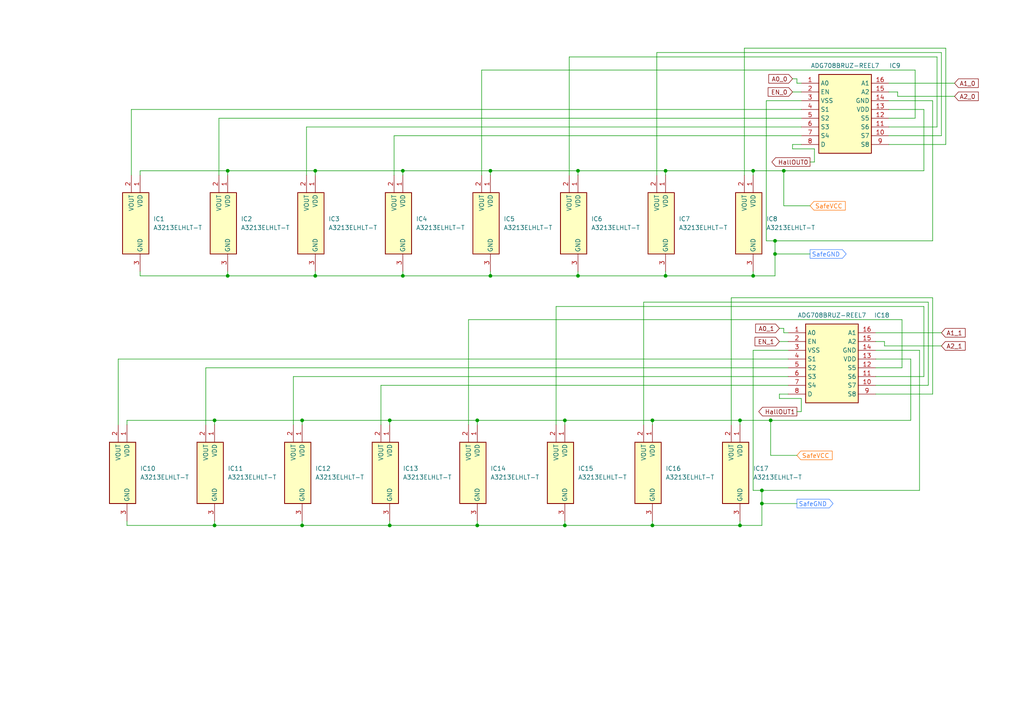
<source format=kicad_sch>
(kicad_sch (version 20250114) (generator "eeschema") (generator_version "9.0")
  (paper "A4")
  (title_block (title "ElectroChessboard") (company "Wojciech B") (comment 1 "Electronic chessboard") (comment 2 "Elektroniczna szachownica"))
  (lib_symbols
    (symbol "SamacSys_Parts:A3213ELHLT-T"
      (property "Reference" "IC" (at 24.13 7.62 0))
      (property "Value" "A3213ELHLT-T" (at 24.13 5.08 0))
      (symbol "A3213ELHLT-T_1_1"
        (rectangle (start 5.08 2.54) (end 22.86 -5.08) (stroke (width 0.254)) (fill (type background)))
        (pin passive line (at 0 0 0) (length 5.08) (name "VDD") (number "1"))
        (pin passive line (at 0 -2.54 0) (length 5.08) (name "VOUT") (number "2"))
        (pin passive line (at 27.94 0 180) (length 5.08) (name "GND") (number "3"))
      )
    )
    (symbol "SamacSys_Parts:ADG708BRUZ-REEL7"
      (property "Reference" "IC" (at 21.59 7.62 0))
      (property "Value" "ADG708BRUZ-REEL7" (at 21.59 5.08 0))
      (symbol "ADG708BRUZ-REEL7_1_1"
        (rectangle (start 5.08 2.54) (end 20.32 -20.32) (stroke (width 0.254)) (fill (type background)))
        (pin passive line (at 0 0 0) (length 5.08) (name "A0") (number "1"))
        (pin passive line (at 0 -2.54 0) (length 5.08) (name "EN") (number "2"))
        (pin passive line (at 0 -5.08 0) (length 5.08) (name "VSS") (number "3"))
        (pin passive line (at 0 -7.62 0) (length 5.08) (name "S1") (number "4"))
        (pin passive line (at 0 -10.16 0) (length 5.08) (name "S2") (number "5"))
        (pin passive line (at 0 -12.7 0) (length 5.08) (name "S3") (number "6"))
        (pin passive line (at 0 -15.24 0) (length 5.08) (name "S4") (number "7"))
        (pin passive line (at 0 -17.78 0) (length 5.08) (name "D") (number "8"))
        (pin passive line (at 25.4 0 180) (length 5.08) (name "A1") (number "16"))
        (pin passive line (at 25.4 -2.54 180) (length 5.08) (name "A2") (number "15"))
        (pin passive line (at 25.4 -5.08 180) (length 5.08) (name "GND") (number "14"))
        (pin passive line (at 25.4 -7.62 180) (length 5.08) (name "VDD") (number "13"))
        (pin passive line (at 25.4 -10.16 180) (length 5.08) (name "S5") (number "12"))
        (pin passive line (at 25.4 -12.7 180) (length 5.08) (name "S6") (number "11"))
        (pin passive line (at 25.4 -15.24 180) (length 5.08) (name "S7") (number "10"))
        (pin passive line (at 25.4 -17.78 180) (length 5.08) (name "S8") (number "9"))
      )
    )
  )
  (junction (at 227.33 49.53))
  (junction (at 142.24 49.53))
  (junction (at 87.63 152.4))
  (junction (at 116.84 80.01))
  (junction (at 66.04 80.01))
  (junction (at 220.98 146.05))
  (junction (at 189.23 121.92))
  (junction (at 62.23 121.92))
  (junction (at 138.43 152.4))
  (junction (at 193.04 49.53))
  (junction (at 193.04 80.01))
  (junction (at 224.79 69.85))
  (junction (at 91.44 80.01))
  (junction (at 220.98 142.24))
  (junction (at 167.64 49.53))
  (junction (at 87.63 121.92))
  (junction (at 218.44 80.01))
  (junction (at 138.43 121.92))
  (junction (at 116.84 49.53))
  (junction (at 167.64 80.01))
  (junction (at 163.83 121.92))
  (junction (at 66.04 49.53))
  (junction (at 223.52 121.92))
  (junction (at 91.44 49.53))
  (junction (at 113.03 152.4))
  (junction (at 224.79 73.66))
  (junction (at 142.24 80.01))
  (junction (at 113.03 121.92))
  (junction (at 62.23 152.4))
  (junction (at 189.23 152.4))
  (junction (at 163.83 152.4))
  (junction (at 214.63 121.92))
  (junction (at 218.44 49.53))
  (junction (at 214.63 152.4))
  (wire (pts (xy 91.44 49.53) (xy 91.44 50.8)))
  (wire (pts (xy 222.25 69.85) (xy 224.79 69.85)))
  (wire (pts (xy 232.41 29.21) (xy 222.25 29.21)))
  (wire (pts (xy 257.81 26.67) (xy 260.35 26.67)))
  (wire (pts (xy 212.09 86.36) (xy 270.51 86.36)))
  (wire (pts (xy 113.03 121.92) (xy 113.03 123.19)))
  (wire (pts (xy 193.04 49.53) (xy 167.64 49.53)))
  (wire (pts (xy 215.9 50.8) (xy 215.9 13.97)))
  (wire (pts (xy 142.24 49.53) (xy 142.24 50.8)))
  (wire (pts (xy 229.87 41.91) (xy 232.41 41.91)))
  (wire (pts (xy 256.54 100.33) (xy 273.05 100.33)))
  (wire (pts (xy 265.43 34.29) (xy 265.43 20.32)))
  (wire (pts (xy 218.44 78.74) (xy 218.44 80.01)))
  (wire (pts (xy 163.83 121.92) (xy 138.43 121.92)))
  (wire (pts (xy 193.04 78.74) (xy 193.04 80.01)))
  (wire (pts (xy 231.14 22.86) (xy 231.14 24.13)))
  (wire (pts (xy 227.33 96.52) (xy 228.6 96.52)))
  (wire (pts (xy 189.23 121.92) (xy 189.23 123.19)))
  (wire (pts (xy 167.64 49.53) (xy 142.24 49.53)))
  (wire (pts (xy 113.03 151.13) (xy 113.03 152.4)))
  (wire (pts (xy 66.04 49.53) (xy 66.04 50.8)))
  (wire (pts (xy 226.06 114.3) (xy 228.6 114.3)))
  (wire (pts (xy 59.69 106.68) (xy 59.69 123.19)))
  (wire (pts (xy 236.22 43.18) (xy 229.87 43.18)))
  (wire (pts (xy 266.7 142.24) (xy 266.7 101.6)))
  (wire (pts (xy 167.64 49.53) (xy 167.64 50.8)))
  (wire (pts (xy 163.83 121.92) (xy 163.83 123.19)))
  (wire (pts (xy 264.16 121.92) (xy 223.52 121.92)))
  (wire (pts (xy 218.44 101.6) (xy 218.44 142.24)))
  (wire (pts (xy 227.33 59.69) (xy 227.33 49.53)))
  (wire (pts (xy 189.23 151.13) (xy 189.23 152.4)))
  (wire (pts (xy 193.04 49.53) (xy 193.04 50.8)))
  (wire (pts (xy 36.83 121.92) (xy 36.83 123.19)))
  (wire (pts (xy 236.22 46.99) (xy 236.22 43.18)))
  (wire (pts (xy 228.6 109.22) (xy 85.09 109.22)))
  (wire (pts (xy 186.69 87.63) (xy 186.69 123.19)))
  (wire (pts (xy 256.54 99.06) (xy 256.54 100.33)))
  (wire (pts (xy 220.98 152.4) (xy 214.63 152.4)))
  (wire (pts (xy 138.43 151.13) (xy 138.43 152.4)))
  (wire (pts (xy 163.83 152.4) (xy 138.43 152.4)))
  (wire (pts (xy 271.78 36.83) (xy 271.78 16.51)))
  (wire (pts (xy 269.24 111.76) (xy 269.24 87.63)))
  (wire (pts (xy 222.25 29.21) (xy 222.25 69.85)))
  (wire (pts (xy 267.97 109.22) (xy 267.97 88.9)))
  (wire (pts (xy 142.24 80.01) (xy 116.84 80.01)))
  (wire (pts (xy 87.63 151.13) (xy 87.63 152.4)))
  (wire (pts (xy 273.05 15.24) (xy 190.5 15.24)))
  (wire (pts (xy 138.43 121.92) (xy 113.03 121.92)))
  (wire (pts (xy 142.24 78.74) (xy 142.24 80.01)))
  (wire (pts (xy 167.64 78.74) (xy 167.64 80.01)))
  (wire (pts (xy 135.89 92.71) (xy 135.89 123.19)))
  (wire (pts (xy 226.06 95.25) (xy 227.33 95.25)))
  (wire (pts (xy 224.79 69.85) (xy 270.51 69.85)))
  (wire (pts (xy 189.23 152.4) (xy 163.83 152.4)))
  (wire (pts (xy 234.95 46.99) (xy 236.22 46.99)))
  (wire (pts (xy 62.23 151.13) (xy 62.23 152.4)))
  (wire (pts (xy 114.3 39.37) (xy 114.3 50.8)))
  (wire (pts (xy 116.84 49.53) (xy 116.84 50.8)))
  (wire (pts (xy 220.98 146.05) (xy 220.98 142.24)))
  (wire (pts (xy 163.83 151.13) (xy 163.83 152.4)))
  (wire (pts (xy 87.63 121.92) (xy 62.23 121.92)))
  (wire (pts (xy 257.81 34.29) (xy 265.43 34.29)))
  (wire (pts (xy 254 109.22) (xy 267.97 109.22)))
  (wire (pts (xy 274.32 13.97) (xy 274.32 41.91)))
  (wire (pts (xy 218.44 49.53) (xy 193.04 49.53)))
  (wire (pts (xy 261.62 106.68) (xy 261.62 92.71)))
  (wire (pts (xy 85.09 109.22) (xy 85.09 123.19)))
  (wire (pts (xy 228.6 104.14) (xy 34.29 104.14)))
  (wire (pts (xy 257.81 31.75) (xy 267.97 31.75)))
  (wire (pts (xy 227.33 59.69) (xy 234.95 59.69)))
  (wire (pts (xy 232.41 31.75) (xy 38.1 31.75)))
  (wire (pts (xy 231.14 119.38) (xy 232.41 119.38)))
  (wire (pts (xy 190.5 15.24) (xy 190.5 50.8)))
  (wire (pts (xy 161.29 88.9) (xy 161.29 123.19)))
  (wire (pts (xy 214.63 151.13) (xy 214.63 152.4)))
  (wire (pts (xy 231.14 146.05) (xy 220.98 146.05)))
  (wire (pts (xy 167.64 80.01) (xy 142.24 80.01)))
  (wire (pts (xy 218.44 49.53) (xy 218.44 50.8)))
  (wire (pts (xy 228.6 106.68) (xy 59.69 106.68)))
  (wire (pts (xy 257.81 36.83) (xy 271.78 36.83)))
  (wire (pts (xy 66.04 80.01) (xy 40.64 80.01)))
  (wire (pts (xy 224.79 80.01) (xy 218.44 80.01)))
  (wire (pts (xy 189.23 121.92) (xy 163.83 121.92)))
  (wire (pts (xy 270.51 114.3) (xy 254 114.3)))
  (wire (pts (xy 193.04 80.01) (xy 167.64 80.01)))
  (wire (pts (xy 220.98 146.05) (xy 220.98 152.4)))
  (wire (pts (xy 254 111.76) (xy 269.24 111.76)))
  (wire (pts (xy 229.87 43.18) (xy 229.87 41.91)))
  (wire (pts (xy 267.97 88.9) (xy 161.29 88.9)))
  (wire (pts (xy 138.43 152.4) (xy 113.03 152.4)))
  (wire (pts (xy 66.04 78.74) (xy 66.04 80.01)))
  (wire (pts (xy 271.78 16.51) (xy 165.1 16.51)))
  (wire (pts (xy 269.24 87.63) (xy 186.69 87.63)))
  (wire (pts (xy 87.63 152.4) (xy 62.23 152.4)))
  (wire (pts (xy 139.7 20.32) (xy 139.7 50.8)))
  (wire (pts (xy 63.5 34.29) (xy 63.5 50.8)))
  (wire (pts (xy 142.24 49.53) (xy 116.84 49.53)))
  (wire (pts (xy 232.41 34.29) (xy 63.5 34.29)))
  (wire (pts (xy 265.43 20.32) (xy 139.7 20.32)))
  (wire (pts (xy 227.33 49.53) (xy 218.44 49.53)))
  (wire (pts (xy 138.43 121.92) (xy 138.43 123.19)))
  (wire (pts (xy 226.06 99.06) (xy 228.6 99.06)))
  (wire (pts (xy 229.87 26.67) (xy 232.41 26.67)))
  (wire (pts (xy 232.41 36.83) (xy 88.9 36.83)))
  (wire (pts (xy 226.06 115.57) (xy 226.06 114.3)))
  (wire (pts (xy 66.04 49.53) (xy 40.64 49.53)))
  (wire (pts (xy 116.84 80.01) (xy 91.44 80.01)))
  (wire (pts (xy 264.16 104.14) (xy 264.16 121.92)))
  (wire (pts (xy 260.35 26.67) (xy 260.35 27.94)))
  (wire (pts (xy 116.84 49.53) (xy 91.44 49.53)))
  (wire (pts (xy 223.52 132.08) (xy 231.14 132.08)))
  (wire (pts (xy 34.29 104.14) (xy 34.29 123.19)))
  (wire (pts (xy 261.62 92.71) (xy 135.89 92.71)))
  (wire (pts (xy 214.63 152.4) (xy 189.23 152.4)))
  (wire (pts (xy 232.41 39.37) (xy 114.3 39.37)))
  (wire (pts (xy 260.35 27.94) (xy 276.86 27.94)))
  (wire (pts (xy 224.79 73.66) (xy 224.79 80.01)))
  (wire (pts (xy 254 106.68) (xy 261.62 106.68)))
  (wire (pts (xy 62.23 121.92) (xy 62.23 123.19)))
  (wire (pts (xy 257.81 24.13) (xy 276.86 24.13)))
  (wire (pts (xy 218.44 80.01) (xy 193.04 80.01)))
  (wire (pts (xy 165.1 16.51) (xy 165.1 50.8)))
  (wire (pts (xy 273.05 39.37) (xy 273.05 15.24)))
  (wire (pts (xy 234.95 73.66) (xy 224.79 73.66)))
  (wire (pts (xy 62.23 152.4) (xy 36.83 152.4)))
  (wire (pts (xy 228.6 101.6) (xy 218.44 101.6)))
  (wire (pts (xy 220.98 142.24) (xy 266.7 142.24)))
  (wire (pts (xy 91.44 49.53) (xy 66.04 49.53)))
  (wire (pts (xy 254 104.14) (xy 264.16 104.14)))
  (wire (pts (xy 266.7 101.6) (xy 254 101.6)))
  (wire (pts (xy 224.79 73.66) (xy 224.79 69.85)))
  (wire (pts (xy 91.44 78.74) (xy 91.44 80.01)))
  (wire (pts (xy 113.03 152.4) (xy 87.63 152.4)))
  (wire (pts (xy 227.33 95.25) (xy 227.33 96.52)))
  (wire (pts (xy 110.49 111.76) (xy 110.49 123.19)))
  (wire (pts (xy 214.63 121.92) (xy 189.23 121.92)))
  (wire (pts (xy 62.23 121.92) (xy 36.83 121.92)))
  (wire (pts (xy 215.9 13.97) (xy 274.32 13.97)))
  (wire (pts (xy 274.32 41.91) (xy 257.81 41.91)))
  (wire (pts (xy 40.64 49.53) (xy 40.64 50.8)))
  (wire (pts (xy 214.63 121.92) (xy 214.63 123.19)))
  (wire (pts (xy 267.97 31.75) (xy 267.97 49.53)))
  (wire (pts (xy 270.51 86.36) (xy 270.51 114.3)))
  (wire (pts (xy 254 99.06) (xy 256.54 99.06)))
  (wire (pts (xy 257.81 39.37) (xy 273.05 39.37)))
  (wire (pts (xy 212.09 123.19) (xy 212.09 86.36)))
  (wire (pts (xy 116.84 78.74) (xy 116.84 80.01)))
  (wire (pts (xy 218.44 142.24) (xy 220.98 142.24)))
  (wire (pts (xy 87.63 121.92) (xy 87.63 123.19)))
  (wire (pts (xy 254 96.52) (xy 273.05 96.52)))
  (wire (pts (xy 270.51 29.21) (xy 257.81 29.21)))
  (wire (pts (xy 232.41 115.57) (xy 226.06 115.57)))
  (wire (pts (xy 38.1 31.75) (xy 38.1 50.8)))
  (wire (pts (xy 40.64 80.01) (xy 40.64 78.74)))
  (wire (pts (xy 91.44 80.01) (xy 66.04 80.01)))
  (wire (pts (xy 232.41 119.38) (xy 232.41 115.57)))
  (wire (pts (xy 267.97 49.53) (xy 227.33 49.53)))
  (wire (pts (xy 113.03 121.92) (xy 87.63 121.92)))
  (wire (pts (xy 36.83 152.4) (xy 36.83 151.13)))
  (wire (pts (xy 228.6 111.76) (xy 110.49 111.76)))
  (wire (pts (xy 229.87 22.86) (xy 231.14 22.86)))
  (wire (pts (xy 231.14 24.13) (xy 232.41 24.13)))
  (wire (pts (xy 223.52 121.92) (xy 214.63 121.92)))
  (wire (pts (xy 223.52 132.08) (xy 223.52 121.92)))
  (wire (pts (xy 270.51 69.85) (xy 270.51 29.21)))
  (wire (pts (xy 88.9 36.83) (xy 88.9 50.8)))
  (global_label "EN_0" (shape input) (at 229.87 26.67 180) (property "Intersheetrefs" "${INTERSHEET_REFS}" (effects (hide yes))))
  (global_label "A1_1" (shape input) (at 273.05 96.52 0) (property "Intersheetrefs" "${INTERSHEET_REFS}" (effects (hide yes))))
  (global_label "SafeVCC" (shape input) (at 231.14 132.08 0) (property "Intersheetrefs" "${INTERSHEET_REFS}" (effects (hide yes))))
  (global_label "HallOUT1" (shape output) (at 231.14 119.38 180) (property "Intersheetrefs" "${INTERSHEET_REFS}" (effects (hide yes))))
  (global_label "A0_0" (shape input) (at 229.87 22.86 180) (property "Intersheetrefs" "${INTERSHEET_REFS}" (effects (hide yes))))
  (global_label "A2_1" (shape input) (at 273.05 100.33 0) (property "Intersheetrefs" "${INTERSHEET_REFS}" (effects (hide yes))))
  (global_label "A0_1" (shape input) (at 226.06 95.25 180) (property "Intersheetrefs" "${INTERSHEET_REFS}" (effects (hide yes))))
  (global_label "SafeGND" (shape output) (at 231.14 146.05 0) (property "Intersheetrefs" "${INTERSHEET_REFS}" (effects (hide yes))))
  (global_label "HallOUT0" (shape output) (at 234.95 46.99 180) (property "Intersheetrefs" "${INTERSHEET_REFS}" (effects (hide yes))))
  (global_label "A2_0" (shape input) (at 276.86 27.94 0) (property "Intersheetrefs" "${INTERSHEET_REFS}" (effects (hide yes))))
  (global_label "A1_0" (shape input) (at 276.86 24.13 0) (property "Intersheetrefs" "${INTERSHEET_REFS}" (effects (hide yes))))
  (global_label "EN_1" (shape input) (at 226.06 99.06 180) (property "Intersheetrefs" "${INTERSHEET_REFS}" (effects (hide yes))))
  (global_label "SafeGND" (shape output) (at 234.95 73.66 0) (property "Intersheetrefs" "${INTERSHEET_REFS}" (effects (hide yes))))
  (global_label "SafeVCC" (shape input) (at 234.95 59.69 0) (property "Intersheetrefs" "${INTERSHEET_REFS}" (effects (hide yes))))
  (symbol (lib_id "SamacSys_Parts:A3213ELHLT-T") (at 214.63 123.19 270) (unit 1)
    (property "Reference" "IC17" (at 218.44 135.8899 90) (effects (justify left)))
    (property "Value" "A3213ELHLT-T" (at 218.44 138.4299 90) (effects (justify left)))
    (property "Footprint" "SamacSys_Parts:A3213ELHLTT" (effects (hide yes)))
    (property "Datasheet" "https://www.allegromicro.com/~/media/files/datasheets/a3213-4-datasheet.pdf" (effects (hide yes)))
    (property "Description" "Micropower, Ultrasensitive Hall-Effect Switch" (effects (hide yes)))
    (property "Height" "1.13" (effects (hide yes)))
    (property "Mouser Part Number" "250-A3213ELHLT-T" (effects (hide yes)))
    (property "Mouser Price/Stock" "https://www.mouser.co.uk/ProductDetail/Allegro-MicroSystems/A3213ELHLT-T?qs=pUKx8fyJudDpXdX1yceLUw%3D%3D" (effects (hide yes)))
    (property "Manufacturer_Name" "Allegro Microsystems" (effects (hide yes)))
    (property "Manufacturer_Part_Number" "A3213ELHLT-T" (effects (hide yes)))
  )
  (symbol (lib_id "SamacSys_Parts:A3213ELHLT-T") (at 40.64 50.8 270) (unit 1)
    (property "Reference" "IC1" (at 44.45 63.4999 90) (effects (justify left)))
    (property "Value" "A3213ELHLT-T" (at 44.45 66.0399 90) (effects (justify left)))
    (property "Footprint" "SamacSys_Parts:A3213ELHLTT" (effects (hide yes)))
    (property "Datasheet" "https://www.allegromicro.com/~/media/files/datasheets/a3213-4-datasheet.pdf" (effects (hide yes)))
    (property "Description" "Micropower, Ultrasensitive Hall-Effect Switch" (effects (hide yes)))
    (property "Height" "1.13" (effects (hide yes)))
    (property "Mouser Part Number" "250-A3213ELHLT-T" (effects (hide yes)))
    (property "Mouser Price/Stock" "https://www.mouser.co.uk/ProductDetail/Allegro-MicroSystems/A3213ELHLT-T?qs=pUKx8fyJudDpXdX1yceLUw%3D%3D" (effects (hide yes)))
    (property "Manufacturer_Name" "Allegro Microsystems" (effects (hide yes)))
    (property "Manufacturer_Part_Number" "A3213ELHLT-T" (effects (hide yes)))
  )
  (symbol (lib_id "SamacSys_Parts:A3213ELHLT-T") (at 138.43 123.19 270) (unit 1)
    (property "Reference" "IC14" (at 142.24 135.8899 90) (effects (justify left)))
    (property "Value" "A3213ELHLT-T" (at 142.24 138.4299 90) (effects (justify left)))
    (property "Footprint" "SamacSys_Parts:A3213ELHLTT" (effects (hide yes)))
    (property "Datasheet" "https://www.allegromicro.com/~/media/files/datasheets/a3213-4-datasheet.pdf" (effects (hide yes)))
    (property "Description" "Micropower, Ultrasensitive Hall-Effect Switch" (effects (hide yes)))
    (property "Height" "1.13" (effects (hide yes)))
    (property "Mouser Part Number" "250-A3213ELHLT-T" (effects (hide yes)))
    (property "Mouser Price/Stock" "https://www.mouser.co.uk/ProductDetail/Allegro-MicroSystems/A3213ELHLT-T?qs=pUKx8fyJudDpXdX1yceLUw%3D%3D" (effects (hide yes)))
    (property "Manufacturer_Name" "Allegro Microsystems" (effects (hide yes)))
    (property "Manufacturer_Part_Number" "A3213ELHLT-T" (effects (hide yes)))
  )
  (symbol (lib_id "SamacSys_Parts:A3213ELHLT-T") (at 62.23 123.19 270) (unit 1)
    (property "Reference" "IC11" (at 66.04 135.8899 90) (effects (justify left)))
    (property "Value" "A3213ELHLT-T" (at 66.04 138.4299 90) (effects (justify left)))
    (property "Footprint" "SamacSys_Parts:A3213ELHLTT" (effects (hide yes)))
    (property "Datasheet" "https://www.allegromicro.com/~/media/files/datasheets/a3213-4-datasheet.pdf" (effects (hide yes)))
    (property "Description" "Micropower, Ultrasensitive Hall-Effect Switch" (effects (hide yes)))
    (property "Height" "1.13" (effects (hide yes)))
    (property "Mouser Part Number" "250-A3213ELHLT-T" (effects (hide yes)))
    (property "Mouser Price/Stock" "https://www.mouser.co.uk/ProductDetail/Allegro-MicroSystems/A3213ELHLT-T?qs=pUKx8fyJudDpXdX1yceLUw%3D%3D" (effects (hide yes)))
    (property "Manufacturer_Name" "Allegro Microsystems" (effects (hide yes)))
    (property "Manufacturer_Part_Number" "A3213ELHLT-T" (effects (hide yes)))
  )
  (symbol (lib_id "SamacSys_Parts:ADG708BRUZ-REEL7") (at 232.41 24.13 0) (unit 1)
    (property "Reference" "IC9" (at 259.588 19.05 0))
    (property "Value" "ADG708BRUZ-REEL7" (at 245.11 19.05 0))
    (property "Footprint" "SamacSys_Parts:SOP65P640X120-16N" (effects (hide yes)))
    (property "Datasheet" "https://www.analog.com/media/en/technical-documentation/data-sheets/ADG708_709.pdf" (effects (hide yes)))
    (property "Description" "Analog Devices ADG708BRUZ-REEL7, Multiplexer Single 8 x 1, 5 V, 16-Pin TSSOP" (effects (hide yes)))
    (property "Height" "1.2" (effects (hide yes)))
    (property "Mouser Part Number" "584-ADG708BRUZ-R7" (effects (hide yes)))
    (property "Mouser Price/Stock" "https://www.mouser.co.uk/ProductDetail/Analog-Devices/ADG708BRUZ-REEL7?qs=BpaRKvA4VqFdn8CWC5yK2A%3D%3D" (effects (hide yes)))
    (property "Manufacturer_Name" "Analog Devices" (effects (hide yes)))
    (property "Manufacturer_Part_Number" "ADG708BRUZ-REEL7" (effects (hide yes)))
  )
  (symbol (lib_id "SamacSys_Parts:A3213ELHLT-T") (at 189.23 123.19 270) (unit 1)
    (property "Reference" "IC16" (at 193.04 135.8899 90) (effects (justify left)))
    (property "Value" "A3213ELHLT-T" (at 193.04 138.4299 90) (effects (justify left)))
    (property "Footprint" "SamacSys_Parts:A3213ELHLTT" (effects (hide yes)))
    (property "Datasheet" "https://www.allegromicro.com/~/media/files/datasheets/a3213-4-datasheet.pdf" (effects (hide yes)))
    (property "Description" "Micropower, Ultrasensitive Hall-Effect Switch" (effects (hide yes)))
    (property "Height" "1.13" (effects (hide yes)))
    (property "Mouser Part Number" "250-A3213ELHLT-T" (effects (hide yes)))
    (property "Mouser Price/Stock" "https://www.mouser.co.uk/ProductDetail/Allegro-MicroSystems/A3213ELHLT-T?qs=pUKx8fyJudDpXdX1yceLUw%3D%3D" (effects (hide yes)))
    (property "Manufacturer_Name" "Allegro Microsystems" (effects (hide yes)))
    (property "Manufacturer_Part_Number" "A3213ELHLT-T" (effects (hide yes)))
  )
  (symbol (lib_id "SamacSys_Parts:A3213ELHLT-T") (at 113.03 123.19 270) (unit 1)
    (property "Reference" "IC13" (at 116.84 135.8899 90) (effects (justify left)))
    (property "Value" "A3213ELHLT-T" (at 116.84 138.4299 90) (effects (justify left)))
    (property "Footprint" "SamacSys_Parts:A3213ELHLTT" (effects (hide yes)))
    (property "Datasheet" "https://www.allegromicro.com/~/media/files/datasheets/a3213-4-datasheet.pdf" (effects (hide yes)))
    (property "Description" "Micropower, Ultrasensitive Hall-Effect Switch" (effects (hide yes)))
    (property "Height" "1.13" (effects (hide yes)))
    (property "Mouser Part Number" "250-A3213ELHLT-T" (effects (hide yes)))
    (property "Mouser Price/Stock" "https://www.mouser.co.uk/ProductDetail/Allegro-MicroSystems/A3213ELHLT-T?qs=pUKx8fyJudDpXdX1yceLUw%3D%3D" (effects (hide yes)))
    (property "Manufacturer_Name" "Allegro Microsystems" (effects (hide yes)))
    (property "Manufacturer_Part_Number" "A3213ELHLT-T" (effects (hide yes)))
  )
  (symbol (lib_id "SamacSys_Parts:A3213ELHLT-T") (at 163.83 123.19 270) (unit 1)
    (property "Reference" "IC15" (at 167.64 135.8899 90) (effects (justify left)))
    (property "Value" "A3213ELHLT-T" (at 167.64 138.4299 90) (effects (justify left)))
    (property "Footprint" "SamacSys_Parts:A3213ELHLTT" (effects (hide yes)))
    (property "Datasheet" "https://www.allegromicro.com/~/media/files/datasheets/a3213-4-datasheet.pdf" (effects (hide yes)))
    (property "Description" "Micropower, Ultrasensitive Hall-Effect Switch" (effects (hide yes)))
    (property "Height" "1.13" (effects (hide yes)))
    (property "Mouser Part Number" "250-A3213ELHLT-T" (effects (hide yes)))
    (property "Mouser Price/Stock" "https://www.mouser.co.uk/ProductDetail/Allegro-MicroSystems/A3213ELHLT-T?qs=pUKx8fyJudDpXdX1yceLUw%3D%3D" (effects (hide yes)))
    (property "Manufacturer_Name" "Allegro Microsystems" (effects (hide yes)))
    (property "Manufacturer_Part_Number" "A3213ELHLT-T" (effects (hide yes)))
  )
  (symbol (lib_id "SamacSys_Parts:ADG708BRUZ-REEL7") (at 228.6 96.52 0) (unit 1)
    (property "Reference" "IC18" (at 255.778 91.44 0))
    (property "Value" "ADG708BRUZ-REEL7" (at 241.3 91.44 0))
    (property "Footprint" "SamacSys_Parts:SOP65P640X120-16N" (effects (hide yes)))
    (property "Datasheet" "https://www.analog.com/media/en/technical-documentation/data-sheets/ADG708_709.pdf" (effects (hide yes)))
    (property "Description" "Analog Devices ADG708BRUZ-REEL7, Multiplexer Single 8 x 1, 5 V, 16-Pin TSSOP" (effects (hide yes)))
    (property "Height" "1.2" (effects (hide yes)))
    (property "Mouser Part Number" "584-ADG708BRUZ-R7" (effects (hide yes)))
    (property "Mouser Price/Stock" "https://www.mouser.co.uk/ProductDetail/Analog-Devices/ADG708BRUZ-REEL7?qs=BpaRKvA4VqFdn8CWC5yK2A%3D%3D" (effects (hide yes)))
    (property "Manufacturer_Name" "Analog Devices" (effects (hide yes)))
    (property "Manufacturer_Part_Number" "ADG708BRUZ-REEL7" (effects (hide yes)))
  )
  (symbol (lib_id "SamacSys_Parts:A3213ELHLT-T") (at 36.83 123.19 270) (unit 1)
    (property "Reference" "IC10" (at 40.64 135.8899 90) (effects (justify left)))
    (property "Value" "A3213ELHLT-T" (at 40.64 138.4299 90) (effects (justify left)))
    (property "Footprint" "SamacSys_Parts:A3213ELHLTT" (effects (hide yes)))
    (property "Datasheet" "https://www.allegromicro.com/~/media/files/datasheets/a3213-4-datasheet.pdf" (effects (hide yes)))
    (property "Description" "Micropower, Ultrasensitive Hall-Effect Switch" (effects (hide yes)))
    (property "Height" "1.13" (effects (hide yes)))
    (property "Mouser Part Number" "250-A3213ELHLT-T" (effects (hide yes)))
    (property "Mouser Price/Stock" "https://www.mouser.co.uk/ProductDetail/Allegro-MicroSystems/A3213ELHLT-T?qs=pUKx8fyJudDpXdX1yceLUw%3D%3D" (effects (hide yes)))
    (property "Manufacturer_Name" "Allegro Microsystems" (effects (hide yes)))
    (property "Manufacturer_Part_Number" "A3213ELHLT-T" (effects (hide yes)))
  )
  (symbol (lib_id "SamacSys_Parts:A3213ELHLT-T") (at 142.24 50.8 270) (unit 1)
    (property "Reference" "IC5" (at 146.05 63.4999 90) (effects (justify left)))
    (property "Value" "A3213ELHLT-T" (at 146.05 66.0399 90) (effects (justify left)))
    (property "Footprint" "SamacSys_Parts:A3213ELHLTT" (effects (hide yes)))
    (property "Datasheet" "https://www.allegromicro.com/~/media/files/datasheets/a3213-4-datasheet.pdf" (effects (hide yes)))
    (property "Description" "Micropower, Ultrasensitive Hall-Effect Switch" (effects (hide yes)))
    (property "Height" "1.13" (effects (hide yes)))
    (property "Mouser Part Number" "250-A3213ELHLT-T" (effects (hide yes)))
    (property "Mouser Price/Stock" "https://www.mouser.co.uk/ProductDetail/Allegro-MicroSystems/A3213ELHLT-T?qs=pUKx8fyJudDpXdX1yceLUw%3D%3D" (effects (hide yes)))
    (property "Manufacturer_Name" "Allegro Microsystems" (effects (hide yes)))
    (property "Manufacturer_Part_Number" "A3213ELHLT-T" (effects (hide yes)))
  )
  (symbol (lib_id "SamacSys_Parts:A3213ELHLT-T") (at 91.44 50.8 270) (unit 1)
    (property "Reference" "IC3" (at 95.25 63.4999 90) (effects (justify left)))
    (property "Value" "A3213ELHLT-T" (at 95.25 66.0399 90) (effects (justify left)))
    (property "Footprint" "SamacSys_Parts:A3213ELHLTT" (effects (hide yes)))
    (property "Datasheet" "https://www.allegromicro.com/~/media/files/datasheets/a3213-4-datasheet.pdf" (effects (hide yes)))
    (property "Description" "Micropower, Ultrasensitive Hall-Effect Switch" (effects (hide yes)))
    (property "Height" "1.13" (effects (hide yes)))
    (property "Mouser Part Number" "250-A3213ELHLT-T" (effects (hide yes)))
    (property "Mouser Price/Stock" "https://www.mouser.co.uk/ProductDetail/Allegro-MicroSystems/A3213ELHLT-T?qs=pUKx8fyJudDpXdX1yceLUw%3D%3D" (effects (hide yes)))
    (property "Manufacturer_Name" "Allegro Microsystems" (effects (hide yes)))
    (property "Manufacturer_Part_Number" "A3213ELHLT-T" (effects (hide yes)))
  )
  (symbol (lib_id "SamacSys_Parts:A3213ELHLT-T") (at 116.84 50.8 270) (unit 1)
    (property "Reference" "IC4" (at 120.65 63.4999 90) (effects (justify left)))
    (property "Value" "A3213ELHLT-T" (at 120.65 66.0399 90) (effects (justify left)))
    (property "Footprint" "SamacSys_Parts:A3213ELHLTT" (effects (hide yes)))
    (property "Datasheet" "https://www.allegromicro.com/~/media/files/datasheets/a3213-4-datasheet.pdf" (effects (hide yes)))
    (property "Description" "Micropower, Ultrasensitive Hall-Effect Switch" (effects (hide yes)))
    (property "Height" "1.13" (effects (hide yes)))
    (property "Mouser Part Number" "250-A3213ELHLT-T" (effects (hide yes)))
    (property "Mouser Price/Stock" "https://www.mouser.co.uk/ProductDetail/Allegro-MicroSystems/A3213ELHLT-T?qs=pUKx8fyJudDpXdX1yceLUw%3D%3D" (effects (hide yes)))
    (property "Manufacturer_Name" "Allegro Microsystems" (effects (hide yes)))
    (property "Manufacturer_Part_Number" "A3213ELHLT-T" (effects (hide yes)))
  )
  (symbol (lib_id "SamacSys_Parts:A3213ELHLT-T") (at 193.04 50.8 270) (unit 1)
    (property "Reference" "IC7" (at 196.85 63.4999 90) (effects (justify left)))
    (property "Value" "A3213ELHLT-T" (at 196.85 66.0399 90) (effects (justify left)))
    (property "Footprint" "SamacSys_Parts:A3213ELHLTT" (effects (hide yes)))
    (property "Datasheet" "https://www.allegromicro.com/~/media/files/datasheets/a3213-4-datasheet.pdf" (effects (hide yes)))
    (property "Description" "Micropower, Ultrasensitive Hall-Effect Switch" (effects (hide yes)))
    (property "Height" "1.13" (effects (hide yes)))
    (property "Mouser Part Number" "250-A3213ELHLT-T" (effects (hide yes)))
    (property "Mouser Price/Stock" "https://www.mouser.co.uk/ProductDetail/Allegro-MicroSystems/A3213ELHLT-T?qs=pUKx8fyJudDpXdX1yceLUw%3D%3D" (effects (hide yes)))
    (property "Manufacturer_Name" "Allegro Microsystems" (effects (hide yes)))
    (property "Manufacturer_Part_Number" "A3213ELHLT-T" (effects (hide yes)))
  )
  (symbol (lib_id "SamacSys_Parts:A3213ELHLT-T") (at 87.63 123.19 270) (unit 1)
    (property "Reference" "IC12" (at 91.44 135.8899 90) (effects (justify left)))
    (property "Value" "A3213ELHLT-T" (at 91.44 138.4299 90) (effects (justify left)))
    (property "Footprint" "SamacSys_Parts:A3213ELHLTT" (effects (hide yes)))
    (property "Datasheet" "https://www.allegromicro.com/~/media/files/datasheets/a3213-4-datasheet.pdf" (effects (hide yes)))
    (property "Description" "Micropower, Ultrasensitive Hall-Effect Switch" (effects (hide yes)))
    (property "Height" "1.13" (effects (hide yes)))
    (property "Mouser Part Number" "250-A3213ELHLT-T" (effects (hide yes)))
    (property "Mouser Price/Stock" "https://www.mouser.co.uk/ProductDetail/Allegro-MicroSystems/A3213ELHLT-T?qs=pUKx8fyJudDpXdX1yceLUw%3D%3D" (effects (hide yes)))
    (property "Manufacturer_Name" "Allegro Microsystems" (effects (hide yes)))
    (property "Manufacturer_Part_Number" "A3213ELHLT-T" (effects (hide yes)))
  )
  (symbol (lib_id "SamacSys_Parts:A3213ELHLT-T") (at 66.04 50.8 270) (unit 1)
    (property "Reference" "IC2" (at 69.85 63.4999 90) (effects (justify left)))
    (property "Value" "A3213ELHLT-T" (at 69.85 66.0399 90) (effects (justify left)))
    (property "Footprint" "SamacSys_Parts:A3213ELHLTT" (effects (hide yes)))
    (property "Datasheet" "https://www.allegromicro.com/~/media/files/datasheets/a3213-4-datasheet.pdf" (effects (hide yes)))
    (property "Description" "Micropower, Ultrasensitive Hall-Effect Switch" (effects (hide yes)))
    (property "Height" "1.13" (effects (hide yes)))
    (property "Mouser Part Number" "250-A3213ELHLT-T" (effects (hide yes)))
    (property "Mouser Price/Stock" "https://www.mouser.co.uk/ProductDetail/Allegro-MicroSystems/A3213ELHLT-T?qs=pUKx8fyJudDpXdX1yceLUw%3D%3D" (effects (hide yes)))
    (property "Manufacturer_Name" "Allegro Microsystems" (effects (hide yes)))
    (property "Manufacturer_Part_Number" "A3213ELHLT-T" (effects (hide yes)))
  )
  (symbol (lib_id "SamacSys_Parts:A3213ELHLT-T") (at 218.44 50.8 270) (unit 1)
    (property "Reference" "IC8" (at 222.25 63.4999 90) (effects (justify left)))
    (property "Value" "A3213ELHLT-T" (at 222.25 66.0399 90) (effects (justify left)))
    (property "Footprint" "SamacSys_Parts:A3213ELHLTT" (effects (hide yes)))
    (property "Datasheet" "https://www.allegromicro.com/~/media/files/datasheets/a3213-4-datasheet.pdf" (effects (hide yes)))
    (property "Description" "Micropower, Ultrasensitive Hall-Effect Switch" (effects (hide yes)))
    (property "Height" "1.13" (effects (hide yes)))
    (property "Mouser Part Number" "250-A3213ELHLT-T" (effects (hide yes)))
    (property "Mouser Price/Stock" "https://www.mouser.co.uk/ProductDetail/Allegro-MicroSystems/A3213ELHLT-T?qs=pUKx8fyJudDpXdX1yceLUw%3D%3D" (effects (hide yes)))
    (property "Manufacturer_Name" "Allegro Microsystems" (effects (hide yes)))
    (property "Manufacturer_Part_Number" "A3213ELHLT-T" (effects (hide yes)))
  )
  (symbol (lib_id "SamacSys_Parts:A3213ELHLT-T") (at 167.64 50.8 270) (unit 1)
    (property "Reference" "IC6" (at 171.45 63.4999 90) (effects (justify left)))
    (property "Value" "A3213ELHLT-T" (at 171.45 66.0399 90) (effects (justify left)))
    (property "Footprint" "SamacSys_Parts:A3213ELHLTT" (effects (hide yes)))
    (property "Datasheet" "https://www.allegromicro.com/~/media/files/datasheets/a3213-4-datasheet.pdf" (effects (hide yes)))
    (property "Description" "Micropower, Ultrasensitive Hall-Effect Switch" (effects (hide yes)))
    (property "Height" "1.13" (effects (hide yes)))
    (property "Mouser Part Number" "250-A3213ELHLT-T" (effects (hide yes)))
    (property "Mouser Price/Stock" "https://www.mouser.co.uk/ProductDetail/Allegro-MicroSystems/A3213ELHLT-T?qs=pUKx8fyJudDpXdX1yceLUw%3D%3D" (effects (hide yes)))
    (property "Manufacturer_Name" "Allegro Microsystems" (effects (hide yes)))
    (property "Manufacturer_Part_Number" "A3213ELHLT-T" (effects (hide yes)))
  )
)
</source>
